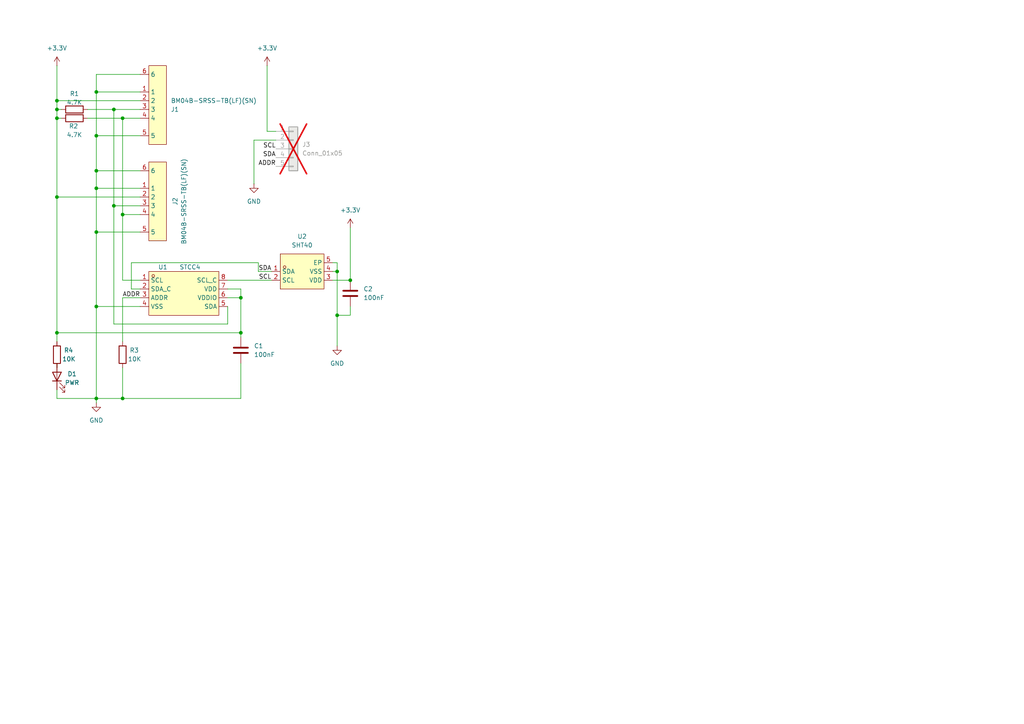
<source format=kicad_sch>
(kicad_sch (version 20250114) (generator "eeschema") (generator_version "9.0")
  (paper "A4")
  (title_block (title "Sensr Air STCC4") (date "2025-09-22") (rev "0.1.0") (company "PDX Hackerspace") (comment 1 "John Romkey") (comment 2 "License: CERN-OHL-S License: CERN-OHL-S https://ohwr.org/cern_ohl_s_v2.pdf"))
  (lib_symbols
    (symbol "Connector_Generic:Conn_01x05" (pin_names (offset 1.016) (hide yes))
      (property "Reference" "J" (at 0 7.62 0))
      (property "Value" "Conn_01x05" (at 0 -7.62 0))
      (symbol "Conn_01x05_1_1"
        (rectangle (start -1.27 6.35) (end 1.27 -6.35) (stroke (width 0.254)) (fill (type background)))
        (rectangle (start -1.27 5.207) (end 0 4.953) (stroke (width 0.1524)))
        (rectangle (start -1.27 2.667) (end 0 2.413) (stroke (width 0.1524)))
        (rectangle (start -1.27 0.127) (end 0 -0.127) (stroke (width 0.1524)))
        (rectangle (start -1.27 -2.413) (end 0 -2.667) (stroke (width 0.1524)))
        (rectangle (start -1.27 -4.953) (end 0 -5.207) (stroke (width 0.1524)))
        (pin passive line (at -5.08 5.08 0) (length 3.81) (name "Pin_1") (number "1"))
        (pin passive line (at -5.08 2.54 0) (length 3.81) (name "Pin_2") (number "2"))
        (pin passive line (at -5.08 0 0) (length 3.81) (name "Pin_3") (number "3"))
        (pin passive line (at -5.08 -2.54 0) (length 3.81) (name "Pin_4") (number "4"))
        (pin passive line (at -5.08 -5.08 0) (length 3.81) (name "Pin_5") (number "5"))
      )
    )
    (symbol "Device:C" (pin_numbers (hide yes)) (pin_names (offset 0.254))
      (property "Reference" "C" (at 0.635 2.54 0))
      (property "Value" "C" (at 0.635 -2.54 0))
      (symbol "C_0_1"
        (polyline (pts (xy -2.032 0.762) (xy 2.032 0.762)) (stroke (width 0.508)))
        (polyline (pts (xy -2.032 -0.762) (xy 2.032 -0.762)) (stroke (width 0.508)))
      )
      (symbol "C_1_1"
        (pin passive line (at 0 3.81 270) (length 2.794) (name "~") (number "1"))
        (pin passive line (at 0 -3.81 90) (length 2.794) (name "~") (number "2"))
      )
    )
    (symbol "Device:LED" (pin_numbers (hide yes)) (pin_names (offset 1.016) (hide yes))
      (property "Reference" "D" (at 0 2.54 0))
      (property "Value" "LED" (at 0 -2.54 0))
      (symbol "LED_0_1"
        (polyline (pts (xy -3.048 -0.762) (xy -4.572 -2.286) (xy -3.81 -2.286) (xy -4.572 -2.286) (xy -4.572 -1.524)))
        (polyline (pts (xy -1.778 -0.762) (xy -3.302 -2.286) (xy -2.54 -2.286) (xy -3.302 -2.286) (xy -3.302 -1.524)))
        (polyline (pts (xy -1.27 0) (xy 1.27 0)))
        (polyline (pts (xy -1.27 -1.27) (xy -1.27 1.27)) (stroke (width 0.254)))
        (polyline (pts (xy 1.27 -1.27) (xy 1.27 1.27) (xy -1.27 0) (xy 1.27 -1.27)) (stroke (width 0.254)))
      )
      (symbol "LED_1_1"
        (pin passive line (at -3.81 0 0) (length 2.54) (name "K") (number "1"))
        (pin passive line (at 3.81 0 180) (length 2.54) (name "A") (number "2"))
      )
    )
    (symbol "Device:R" (pin_numbers (hide yes)) (pin_names (offset 0))
      (property "Reference" "R" (at 2.032 0 90))
      (property "Value" "R" (at 0 0 90))
      (symbol "R_0_1"
        (rectangle (start -1.016 -2.54) (end 1.016 2.54) (stroke (width 0.254)))
      )
      (symbol "R_1_1"
        (pin passive line (at 0 3.81 270) (length 1.27) (name "~") (number "1"))
        (pin passive line (at 0 -3.81 90) (length 1.27) (name "~") (number "2"))
      )
    )
    (symbol "easyeda2kicad:SHT41-AD1B-R2"
      (property "Reference" "U" (at 0 7.62 0))
      (property "Value" "SHT41-AD1B-R2" (at 0 -7.62 0))
      (symbol "SHT41-AD1B-R2_0_1"
        (rectangle (start -7.62 5.08) (end 5.08 -5.08) (fill (type background)))
        (circle (center -6.35 1.27) (radius 0.38))
        (pin unspecified line (at -10.16 0 0) (length 2.54) (name "SDA") (number "1"))
        (pin unspecified line (at -10.16 -2.54 0) (length 2.54) (name "SCL") (number "2"))
        (pin unspecified line (at 7.62 2.54 180) (length 2.54) (name "EP") (number "5"))
        (pin unspecified line (at 7.62 0 180) (length 2.54) (name "VSS") (number "4"))
        (pin unspecified line (at 7.62 -2.54 180) (length 2.54) (name "VDD") (number "3"))
      )
    )
    (symbol "easyeda2kicad:SM04B-SRSS-TB(LF)(SN)"
      (property "Reference" "CN" (at 0 8.89 0))
      (property "Value" "SM04B-SRSS-TB (LF)(SN)" (at 0 -1.27 0))
      (symbol "SM04B-SRSS-TB(LF)(SN)_0_1"
        (rectangle (start -11.43 1.27) (end 11.43 -3.81) (fill (type background)))
        (pin unspecified line (at -8.89 3.81 270) (length 2.54) (name "6") (number "6"))
        (pin unspecified line (at -3.81 3.81 270) (length 2.54) (name "1") (number "1"))
        (pin unspecified line (at -1.27 3.81 270) (length 2.54) (name "2") (number "2"))
        (pin unspecified line (at 1.27 3.81 270) (length 2.54) (name "3") (number "3"))
        (pin unspecified line (at 3.81 3.81 270) (length 2.54) (name "4") (number "4"))
        (pin unspecified line (at 8.89 3.81 270) (length 2.54) (name "5") (number "5"))
      )
    )
    (symbol "easyeda2kicad:STCC4-D-R3"
      (property "Reference" "U" (at 0 10.16 0))
      (property "Value" "STCC4-D-R3" (at 0 -7.62 0))
      (symbol "STCC4-D-R3_0_1"
        (rectangle (start -10.16 7.62) (end 10.16 -5.08) (fill (type background)))
        (circle (center -8.89 6.35) (radius 0.38))
        (pin unspecified line (at -12.7 5.08 0) (length 2.54) (name "SCL") (number "1"))
        (pin unspecified line (at -12.7 2.54 0) (length 2.54) (name "SDA_C") (number "2"))
        (pin unspecified line (at -12.7 0 0) (length 2.54) (name "ADDR") (number "3"))
        (pin unspecified line (at -12.7 -2.54 0) (length 2.54) (name "VSS") (number "4"))
        (pin unspecified line (at 12.7 5.08 180) (length 2.54) (name "SCL_C") (number "8"))
        (pin unspecified line (at 12.7 2.54 180) (length 2.54) (name "VDD") (number "7"))
        (pin unspecified line (at 12.7 0 180) (length 2.54) (name "VDDIO") (number "6"))
        (pin unspecified line (at 12.7 -2.54 180) (length 2.54) (name "SDA") (number "5"))
      )
    )
    (symbol "power:+3.3V" (power) (pin_numbers (hide yes)) (pin_names (offset 0) (hide yes))
      (property "Value" "+3.3V" (at 0 3.556 0))
      (symbol "+3.3V_0_1"
        (polyline (pts (xy -0.762 1.27) (xy 0 2.54)))
        (polyline (pts (xy 0 2.54) (xy 0.762 1.27)))
        (polyline (pts (xy 0 0) (xy 0 2.54)))
      )
      (symbol "+3.3V_1_1"
        (pin power_in line (at 0 0 90) (length 0) (name "~") (number "1"))
      )
    )
    (symbol "power:GND" (power) (pin_numbers (hide yes)) (pin_names (offset 0) (hide yes))
      (property "Value" "GND" (at 0 -3.81 0))
      (symbol "GND_0_1"
        (polyline (pts (xy 0 0) (xy 0 -1.27) (xy 1.27 -1.27) (xy 0 -2.54) (xy -1.27 -1.27) (xy 0 -1.27)))
      )
      (symbol "GND_1_1"
        (pin power_in line (at 0 0 270) (length 0) (name "~") (number "1"))
      )
    )
  )
  (junction (at 27.94 115.57))
  (junction (at 69.85 96.52))
  (junction (at 16.51 96.52))
  (junction (at 33.02 31.75))
  (junction (at 97.79 91.44))
  (junction (at 35.56 115.57))
  (junction (at 27.94 39.37))
  (junction (at 27.94 88.9))
  (junction (at 27.94 26.67))
  (junction (at 69.85 86.36))
  (junction (at 16.51 34.29))
  (junction (at 33.02 59.69))
  (junction (at 35.56 62.23))
  (junction (at 16.51 29.21))
  (junction (at 27.94 67.31))
  (junction (at 27.94 49.53))
  (junction (at 97.79 78.74))
  (junction (at 27.94 54.61))
  (junction (at 101.6 81.28))
  (junction (at 35.56 34.29))
  (junction (at 16.51 31.75))
  (junction (at 16.51 57.15))
  (wire (pts (xy 27.94 67.31) (xy 27.94 88.9)))
  (wire (pts (xy 16.51 34.29) (xy 16.51 31.75)))
  (wire (pts (xy 27.94 54.61) (xy 27.94 67.31)))
  (wire (pts (xy 97.79 78.74) (xy 97.79 91.44)))
  (wire (pts (xy 69.85 86.36) (xy 69.85 96.52)))
  (wire (pts (xy 69.85 96.52) (xy 16.51 96.52)))
  (wire (pts (xy 27.94 115.57) (xy 27.94 116.84)))
  (wire (pts (xy 38.1 76.2) (xy 74.93 76.2)))
  (wire (pts (xy 27.94 88.9) (xy 40.64 88.9)))
  (wire (pts (xy 40.64 86.36) (xy 35.56 86.36)))
  (wire (pts (xy 77.47 19.05) (xy 77.47 38.1)))
  (wire (pts (xy 27.94 49.53) (xy 27.94 54.61)))
  (wire (pts (xy 66.04 83.82) (xy 69.85 83.82)))
  (wire (pts (xy 27.94 49.53) (xy 40.64 49.53)))
  (wire (pts (xy 80.01 40.64) (xy 73.66 40.64)))
  (wire (pts (xy 27.94 39.37) (xy 27.94 49.53)))
  (wire (pts (xy 16.51 29.21) (xy 40.64 29.21)))
  (wire (pts (xy 69.85 83.82) (xy 69.85 86.36)))
  (wire (pts (xy 27.94 39.37) (xy 40.64 39.37)))
  (wire (pts (xy 66.04 81.28) (xy 78.74 81.28)))
  (wire (pts (xy 33.02 59.69) (xy 33.02 31.75)))
  (wire (pts (xy 101.6 91.44) (xy 97.79 91.44)))
  (wire (pts (xy 16.51 19.05) (xy 16.51 29.21)))
  (wire (pts (xy 27.94 88.9) (xy 27.94 115.57)))
  (wire (pts (xy 35.56 106.68) (xy 35.56 115.57)))
  (wire (pts (xy 35.56 62.23) (xy 40.64 62.23)))
  (wire (pts (xy 96.52 78.74) (xy 97.79 78.74)))
  (wire (pts (xy 16.51 57.15) (xy 16.51 34.29)))
  (wire (pts (xy 33.02 31.75) (xy 40.64 31.75)))
  (wire (pts (xy 27.94 21.59) (xy 27.94 26.67)))
  (wire (pts (xy 27.94 115.57) (xy 35.56 115.57)))
  (wire (pts (xy 74.93 78.74) (xy 78.74 78.74)))
  (wire (pts (xy 25.4 34.29) (xy 35.56 34.29)))
  (wire (pts (xy 73.66 40.64) (xy 73.66 53.34)))
  (wire (pts (xy 35.56 86.36) (xy 35.56 99.06)))
  (wire (pts (xy 33.02 93.98) (xy 33.02 59.69)))
  (wire (pts (xy 27.94 26.67) (xy 27.94 39.37)))
  (wire (pts (xy 33.02 59.69) (xy 40.64 59.69)))
  (wire (pts (xy 16.51 99.06) (xy 16.51 96.52)))
  (wire (pts (xy 74.93 76.2) (xy 74.93 78.74)))
  (wire (pts (xy 101.6 66.04) (xy 101.6 81.28)))
  (wire (pts (xy 40.64 83.82) (xy 38.1 83.82)))
  (wire (pts (xy 35.56 34.29) (xy 40.64 34.29)))
  (wire (pts (xy 25.4 31.75) (xy 33.02 31.75)))
  (wire (pts (xy 96.52 76.2) (xy 97.79 76.2)))
  (wire (pts (xy 101.6 88.9) (xy 101.6 91.44)))
  (wire (pts (xy 16.51 106.68) (xy 16.51 105.41)))
  (wire (pts (xy 35.56 115.57) (xy 69.85 115.57)))
  (wire (pts (xy 16.51 57.15) (xy 40.64 57.15)))
  (wire (pts (xy 16.51 34.29) (xy 17.78 34.29)))
  (wire (pts (xy 16.51 31.75) (xy 17.78 31.75)))
  (wire (pts (xy 27.94 54.61) (xy 40.64 54.61)))
  (wire (pts (xy 27.94 67.31) (xy 40.64 67.31)))
  (wire (pts (xy 16.51 115.57) (xy 16.51 113.03)))
  (wire (pts (xy 16.51 31.75) (xy 16.51 29.21)))
  (wire (pts (xy 40.64 21.59) (xy 27.94 21.59)))
  (wire (pts (xy 16.51 96.52) (xy 16.51 57.15)))
  (wire (pts (xy 40.64 26.67) (xy 27.94 26.67)))
  (wire (pts (xy 66.04 88.9) (xy 66.04 93.98)))
  (wire (pts (xy 69.85 105.41) (xy 69.85 115.57)))
  (wire (pts (xy 97.79 76.2) (xy 97.79 78.74)))
  (wire (pts (xy 80.01 38.1) (xy 77.47 38.1)))
  (wire (pts (xy 38.1 83.82) (xy 38.1 76.2)))
  (wire (pts (xy 35.56 81.28) (xy 35.56 62.23)))
  (wire (pts (xy 66.04 93.98) (xy 33.02 93.98)))
  (wire (pts (xy 35.56 62.23) (xy 35.56 34.29)))
  (wire (pts (xy 40.64 81.28) (xy 35.56 81.28)))
  (wire (pts (xy 97.79 91.44) (xy 97.79 100.33)))
  (wire (pts (xy 96.52 81.28) (xy 101.6 81.28)))
  (wire (pts (xy 69.85 96.52) (xy 69.85 97.79)))
  (wire (pts (xy 16.51 115.57) (xy 27.94 115.57)))
  (wire (pts (xy 66.04 86.36) (xy 69.85 86.36)))
  (label "ADDR" (at 80.01 48.26 180))
  (label "SDA" (at 80.01 45.72 180))
  (label "SCL" (at 80.01 43.18 180))
  (label "SCL" (at 78.74 81.28 180))
  (label "ADDR" (at 40.64 86.36 180))
  (label "SDA" (at 78.74 78.74 180))
  (symbol (lib_id "Device:LED") (at 16.51 109.22 90) (unit 1)
    (property "Reference" "D1" (at 19.558 108.458 90) (effects (justify right)))
    (property "Value" "PWR" (at 18.796 110.998 90) (effects (justify right)))
    (property "Footprint" "LED_SMD:LED_0603_1608Metric_Pad1.05x0.95mm_HandSolder" (effects (hide yes)))
    (property "Description" "Light emitting diode" (effects (hide yes)))
    (property "LCSC" "C2286" (effects (hide yes)))
  )
  (symbol (lib_id "power:GND") (at 97.79 100.33 0) (unit 1)
    (property "Reference" "#PWR04" (effects (hide yes)))
    (property "Value" "GND" (at 97.79 105.41 0))
    (property "Description" "Power symbol creates a global label with name \"GND\" , ground" (effects (hide yes)))
  )
  (symbol (lib_id "Device:R") (at 35.56 102.87 0) (unit 1)
    (property "Reference" "R3" (at 37.592 101.6 0) (effects (justify left)))
    (property "Value" "10K" (at 37.084 104.14 0) (effects (justify left)))
    (property "Footprint" "Resistor_SMD:R_0603_1608Metric_Pad0.98x0.95mm_HandSolder" (effects (hide yes)))
    (property "Description" "Resistor" (effects (hide yes)))
    (property "LCSC" "C25804" (effects (hide yes)))
  )
  (symbol (lib_id "easyeda2kicad:SHT41-AD1B-R2") (at 88.9 78.74 0) (unit 1)
    (property "Reference" "U2" (at 87.63 68.58 0))
    (property "Value" "SHT40" (at 87.63 71.12 0))
    (property "Footprint" "easyeda2kicad:DFN-4_L1.5-W1.5-P0.80-TL-EP" (effects (hide yes)))
    (property "LCSC Part" "C7461861" (effects (hide yes)))
  )
  (symbol (lib_id "Device:R") (at 21.59 31.75 90) (unit 1)
    (property "Reference" "R1" (at 21.59 27.178 90))
    (property "Value" "4.7K" (at 21.59 29.718 90))
    (property "Footprint" "Resistor_SMD:R_0603_1608Metric_Pad0.98x0.95mm_HandSolder" (effects (hide yes)))
    (property "Description" "Resistor" (effects (hide yes)))
    (property "MPN" "C23162" (effects (hide yes)))
  )
  (symbol (lib_id "power:+3.3V") (at 101.6 66.04 0) (unit 1)
    (property "Reference" "#PWR01" (effects (hide yes)))
    (property "Value" "+3.3V" (at 101.6 60.96 0))
    (property "Description" "Power symbol creates a global label with name \"+3.3V\"" (effects (hide yes)))
  )
  (symbol (lib_id "easyeda2kicad:STCC4-D-R3") (at 53.34 86.36 0) (unit 1)
    (property "Reference" "U1" (at 47.244 77.47 0))
    (property "Value" "STCC4" (at 55.118 77.47 0))
    (property "Footprint" "easyeda2kicad:LAG-8_L4.0-W3.0-P1.15-TL" (effects (hide yes)))
    (property "LCSC Part" "C49191471" (effects (hide yes)))
  )
  (symbol (lib_id "easyeda2kicad:SM04B-SRSS-TB(LF)(SN)") (at 44.45 58.42 90) (mirror x) (unit 1)
    (property "Reference" "J2" (at 50.8 58.42 0))
    (property "Value" "BM04B-SRSS-TB(LF)(SN)" (at 53.34 58.42 0))
    (property "Footprint" "easyeda2kicad:CONN-SMD_4P-P1.00_SM04B-SRSS-TB-LF-SN" (effects (hide yes)))
    (property "Datasheet" "https://lcsc.com/product-detail/Others_JST-Sales-America__JST-Sales-America-SM04B-SRSS-TB-LF-SN_C160404.html" (effects (hide yes)))
    (property "LCSC Part" "C160404" (effects (hide yes)))
  )
  (symbol (lib_id "power:GND") (at 27.94 116.84 0) (unit 1)
    (property "Reference" "#PWR03" (effects (hide yes)))
    (property "Value" "GND" (at 27.94 121.92 0))
    (property "Description" "Power symbol creates a global label with name \"GND\" , ground" (effects (hide yes)))
  )
  (symbol (lib_id "Device:R") (at 21.59 34.29 90) (unit 1)
    (property "Reference" "R2" (at 21.336 36.576 90))
    (property "Value" "4.7K" (at 21.59 39.116 90))
    (property "Footprint" "Resistor_SMD:R_0603_1608Metric_Pad0.98x0.95mm_HandSolder" (effects (hide yes)))
    (property "Description" "Resistor" (effects (hide yes)))
    (property "MPN" "C23162" (effects (hide yes)))
  )
  (symbol (lib_id "Connector_Generic:Conn_01x05") (at 85.09 43.18 0) (unit 1) (dnp yes)
    (property "Reference" "J3" (at 87.63 41.9099 0) (effects (justify left)))
    (property "Value" "Conn_01x05" (at 87.63 44.4499 0) (effects (justify left)))
    (property "Footprint" "Connector_PinSocket_2.54mm:PinSocket_1x05_P2.54mm_Vertical" (effects (hide yes)))
    (property "Description" "Generic connector, single row, 01x05, script generated (kicad-library-utils/schlib/autogen/connector/)" (effects (hide yes)))
  )
  (symbol (lib_id "easyeda2kicad:SM04B-SRSS-TB(LF)(SN)") (at 44.45 30.48 90) (mirror x) (unit 1)
    (property "Reference" "J1" (at 49.53 31.7501 90) (effects (justify right)))
    (property "Value" "BM04B-SRSS-TB(LF)(SN)" (at 49.53 29.2101 90) (effects (justify right)))
    (property "Footprint" "easyeda2kicad:CONN-SMD_4P-P1.00_SM04B-SRSS-TB-LF-SN" (effects (hide yes)))
    (property "Datasheet" "https://lcsc.com/product-detail/Others_JST-Sales-America__JST-Sales-America-SM04B-SRSS-TB-LF-SN_C160404.html" (effects (hide yes)))
    (property "LCSC Part" "C160404" (effects (hide yes)))
  )
  (symbol (lib_id "Device:C") (at 69.85 101.6 0) (unit 1)
    (property "Reference" "C1" (at 73.66 100.3299 0) (effects (justify left)))
    (property "Value" "100nF" (at 73.66 102.8699 0) (effects (justify left)))
    (property "Footprint" "Capacitor_SMD:C_0603_1608Metric_Pad1.08x0.95mm_HandSolder" (effects (hide yes)))
    (property "Description" "Unpolarized capacitor" (effects (hide yes)))
    (property "MPN" "C14663" (effects (hide yes)))
  )
  (symbol (lib_id "power:GND") (at 73.66 53.34 0) (unit 1)
    (property "Reference" "#PWR06" (effects (hide yes)))
    (property "Value" "GND" (at 73.66 58.42 0))
    (property "Description" "Power symbol creates a global label with name \"GND\" , ground" (effects (hide yes)))
  )
  (symbol (lib_id "Device:C") (at 101.6 85.09 0) (unit 1)
    (property "Reference" "C2" (at 105.41 83.8199 0) (effects (justify left)))
    (property "Value" "100nF" (at 105.41 86.3599 0) (effects (justify left)))
    (property "Footprint" "Capacitor_SMD:C_0603_1608Metric_Pad1.08x0.95mm_HandSolder" (effects (hide yes)))
    (property "Description" "Unpolarized capacitor" (effects (hide yes)))
    (property "MPN" "C14663" (effects (hide yes)))
  )
  (symbol (lib_id "power:+3.3V") (at 77.47 19.05 0) (unit 1)
    (property "Reference" "#PWR05" (effects (hide yes)))
    (property "Value" "+3.3V" (at 77.47 13.97 0))
    (property "Description" "Power symbol creates a global label with name \"+3.3V\"" (effects (hide yes)))
  )
  (symbol (lib_id "power:+3.3V") (at 16.51 19.05 0) (unit 1)
    (property "Reference" "#PWR02" (effects (hide yes)))
    (property "Value" "+3.3V" (at 16.51 13.97 0))
    (property "Description" "Power symbol creates a global label with name \"+3.3V\"" (effects (hide yes)))
  )
  (symbol (lib_id "Device:R") (at 16.51 102.87 0) (unit 1)
    (property "Reference" "R4" (at 18.542 101.6 0) (effects (justify left)))
    (property "Value" "10K" (at 18.034 104.14 0) (effects (justify left)))
    (property "Footprint" "Resistor_SMD:R_0603_1608Metric_Pad0.98x0.95mm_HandSolder" (effects (hide yes)))
    (property "Description" "Resistor" (effects (hide yes)))
    (property "LCSC" "C25804" (effects (hide yes)))
  )
)
</source>
